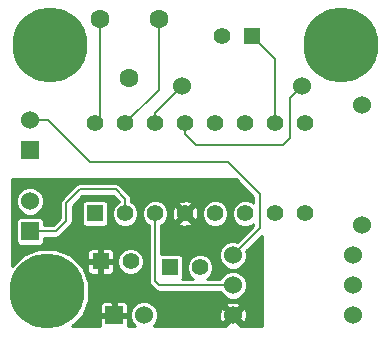
<source format=gtl>
G04 (created by PCBNEW-RS274X (2012-01-19 BZR 3256)-stable) date 15/02/2013 14:55:32*
G01*
G70*
G90*
%MOIN*%
G04 Gerber Fmt 3.4, Leading zero omitted, Abs format*
%FSLAX34Y34*%
G04 APERTURE LIST*
%ADD10C,0.006000*%
%ADD11R,0.055000X0.055000*%
%ADD12C,0.055000*%
%ADD13C,0.250000*%
%ADD14R,0.060000X0.060000*%
%ADD15C,0.060000*%
%ADD16C,0.063000*%
%ADD17C,0.008000*%
%ADD18C,0.010000*%
G04 APERTURE END LIST*
G54D10*
G54D11*
X11960Y-15500D03*
G54D12*
X12960Y-15500D03*
X13960Y-15500D03*
X14960Y-15500D03*
X15960Y-15500D03*
X16960Y-15500D03*
X17960Y-15500D03*
X18960Y-15500D03*
X18960Y-12500D03*
X17960Y-12500D03*
X16960Y-12500D03*
X15960Y-12500D03*
X14960Y-12500D03*
X13960Y-12500D03*
X12960Y-12500D03*
X11960Y-12500D03*
G54D11*
X17195Y-09595D03*
G54D12*
X16195Y-09595D03*
G54D11*
X14460Y-17300D03*
G54D12*
X15460Y-17300D03*
G54D13*
X10460Y-09900D03*
G54D14*
X09800Y-13400D03*
G54D15*
X09800Y-12400D03*
X20560Y-17900D03*
X16560Y-17900D03*
X16560Y-18900D03*
X20560Y-18900D03*
X20860Y-11900D03*
X20860Y-15900D03*
X20560Y-16900D03*
X16560Y-16900D03*
X18870Y-11240D03*
X14870Y-11240D03*
G54D13*
X20160Y-09900D03*
G54D14*
X12600Y-18900D03*
G54D15*
X13600Y-18900D03*
G54D14*
X09800Y-16100D03*
G54D15*
X09800Y-15100D03*
G54D11*
X12150Y-17100D03*
G54D12*
X13150Y-17100D03*
G54D16*
X14084Y-09030D03*
X12116Y-09030D03*
X13100Y-10999D03*
G54D13*
X10350Y-18100D03*
G54D17*
X17960Y-12500D02*
X17960Y-10360D01*
X17960Y-10360D02*
X17195Y-09595D01*
X16560Y-17900D02*
X14100Y-17900D01*
X13960Y-17760D02*
X13960Y-15500D01*
X14100Y-17900D02*
X13960Y-17760D01*
X12960Y-15500D02*
X12960Y-15010D01*
X10650Y-16100D02*
X09800Y-16100D01*
X11000Y-15750D02*
X10650Y-16100D01*
X11000Y-15150D02*
X11000Y-15750D01*
X11450Y-14700D02*
X11000Y-15150D01*
X12650Y-14700D02*
X11450Y-14700D01*
X12960Y-15010D02*
X12650Y-14700D01*
X16560Y-16890D02*
X17450Y-16000D01*
X11800Y-13800D02*
X10400Y-12400D01*
X17450Y-16000D02*
X17450Y-14850D01*
X17450Y-14850D02*
X16400Y-13800D01*
X16400Y-13800D02*
X15450Y-13800D01*
X09800Y-12400D02*
X10400Y-12400D01*
X10400Y-12400D02*
X09800Y-12400D01*
X15450Y-13800D02*
X11800Y-13800D01*
X16560Y-16900D02*
X16560Y-16890D01*
X14079Y-09030D02*
X14084Y-09030D01*
X14079Y-09030D02*
X14079Y-11381D01*
X14079Y-11381D02*
X12960Y-12500D01*
X12116Y-09030D02*
X12116Y-12344D01*
X12116Y-12344D02*
X11960Y-12500D01*
X14960Y-12500D02*
X14960Y-12840D01*
X14960Y-12840D02*
X15330Y-13210D01*
X15330Y-13210D02*
X18240Y-13210D01*
X18240Y-13210D02*
X18450Y-13000D01*
X18450Y-13000D02*
X18450Y-11660D01*
X18450Y-11660D02*
X18870Y-11240D01*
X13960Y-12500D02*
X13960Y-12150D01*
X13960Y-12150D02*
X14870Y-11240D01*
G54D10*
G36*
X17510Y-19255D02*
X17030Y-19255D01*
X17030Y-17994D01*
X17030Y-17807D01*
X16959Y-17634D01*
X16827Y-17502D01*
X16654Y-17430D01*
X16467Y-17430D01*
X16294Y-17501D01*
X16162Y-17633D01*
X16138Y-17690D01*
X15679Y-17690D01*
X15711Y-17677D01*
X15836Y-17552D01*
X15904Y-17389D01*
X15904Y-17212D01*
X15837Y-17049D01*
X15712Y-16924D01*
X15549Y-16856D01*
X15402Y-16856D01*
X15402Y-15554D01*
X15389Y-15381D01*
X15347Y-15281D01*
X15277Y-15253D01*
X15207Y-15323D01*
X15207Y-15183D01*
X15179Y-15113D01*
X15014Y-15058D01*
X14841Y-15071D01*
X14741Y-15113D01*
X14713Y-15183D01*
X14960Y-15429D01*
X15207Y-15183D01*
X15207Y-15323D01*
X15031Y-15500D01*
X15277Y-15747D01*
X15347Y-15719D01*
X15402Y-15554D01*
X15402Y-16856D01*
X15372Y-16856D01*
X15209Y-16923D01*
X15207Y-16925D01*
X15207Y-15817D01*
X14960Y-15571D01*
X14889Y-15641D01*
X14889Y-15500D01*
X14643Y-15253D01*
X14573Y-15281D01*
X14518Y-15446D01*
X14531Y-15619D01*
X14573Y-15719D01*
X14643Y-15747D01*
X14889Y-15500D01*
X14889Y-15641D01*
X14713Y-15817D01*
X14741Y-15887D01*
X14906Y-15942D01*
X15079Y-15929D01*
X15179Y-15887D01*
X15207Y-15817D01*
X15207Y-16925D01*
X15084Y-17048D01*
X15016Y-17211D01*
X15016Y-17388D01*
X15083Y-17551D01*
X15208Y-17676D01*
X15241Y-17690D01*
X14860Y-17690D01*
X14879Y-17671D01*
X14905Y-17609D01*
X14905Y-17541D01*
X14905Y-16991D01*
X14879Y-16929D01*
X14831Y-16881D01*
X14769Y-16855D01*
X14701Y-16855D01*
X14170Y-16855D01*
X14170Y-15893D01*
X14211Y-15877D01*
X14336Y-15752D01*
X14404Y-15589D01*
X14404Y-15412D01*
X14337Y-15249D01*
X14212Y-15124D01*
X14049Y-15056D01*
X13872Y-15056D01*
X13709Y-15123D01*
X13584Y-15248D01*
X13516Y-15411D01*
X13516Y-15588D01*
X13583Y-15751D01*
X13708Y-15876D01*
X13750Y-15893D01*
X13750Y-17760D01*
X13763Y-17827D01*
X13766Y-17841D01*
X13812Y-17908D01*
X13951Y-18048D01*
X13952Y-18048D01*
X13997Y-18078D01*
X14019Y-18093D01*
X14020Y-18094D01*
X14099Y-18109D01*
X14100Y-18110D01*
X16138Y-18110D01*
X16161Y-18166D01*
X16293Y-18298D01*
X16466Y-18370D01*
X16653Y-18370D01*
X16826Y-18299D01*
X16958Y-18167D01*
X17030Y-17994D01*
X17030Y-19255D01*
X17025Y-19255D01*
X17025Y-18961D01*
X17013Y-18778D01*
X16967Y-18666D01*
X16896Y-18635D01*
X16825Y-18706D01*
X16825Y-18564D01*
X16794Y-18493D01*
X16621Y-18435D01*
X16438Y-18447D01*
X16326Y-18493D01*
X16295Y-18564D01*
X16560Y-18829D01*
X16825Y-18564D01*
X16825Y-18706D01*
X16631Y-18900D01*
X16896Y-19165D01*
X16967Y-19134D01*
X17025Y-18961D01*
X17025Y-19255D01*
X16816Y-19255D01*
X16825Y-19236D01*
X16560Y-18971D01*
X16489Y-19042D01*
X16489Y-18900D01*
X16224Y-18635D01*
X16153Y-18666D01*
X16095Y-18839D01*
X16107Y-19022D01*
X16153Y-19134D01*
X16224Y-19165D01*
X16489Y-18900D01*
X16489Y-19042D01*
X16295Y-19236D01*
X16303Y-19255D01*
X13910Y-19255D01*
X13998Y-19167D01*
X14070Y-18994D01*
X14070Y-18807D01*
X13999Y-18634D01*
X13867Y-18502D01*
X13694Y-18430D01*
X13594Y-18430D01*
X13594Y-17189D01*
X13594Y-17012D01*
X13527Y-16849D01*
X13404Y-16726D01*
X13404Y-15589D01*
X13404Y-15412D01*
X13337Y-15249D01*
X13212Y-15124D01*
X13170Y-15106D01*
X13170Y-15010D01*
X13154Y-14930D01*
X13153Y-14929D01*
X13138Y-14907D01*
X13108Y-14862D01*
X13108Y-14861D01*
X12798Y-14552D01*
X12731Y-14506D01*
X12717Y-14503D01*
X12650Y-14490D01*
X11450Y-14490D01*
X11370Y-14506D01*
X11347Y-14521D01*
X11301Y-14552D01*
X10852Y-15002D01*
X10806Y-15069D01*
X10803Y-15082D01*
X10790Y-15150D01*
X10790Y-15663D01*
X10563Y-15890D01*
X10270Y-15890D01*
X10270Y-15766D01*
X10270Y-15194D01*
X10270Y-15007D01*
X10199Y-14834D01*
X10067Y-14702D01*
X09894Y-14630D01*
X09707Y-14630D01*
X09534Y-14701D01*
X09402Y-14833D01*
X09330Y-15006D01*
X09330Y-15193D01*
X09401Y-15366D01*
X09533Y-15498D01*
X09706Y-15570D01*
X09893Y-15570D01*
X10066Y-15499D01*
X10198Y-15367D01*
X10270Y-15194D01*
X10270Y-15766D01*
X10244Y-15704D01*
X10196Y-15656D01*
X10134Y-15630D01*
X10066Y-15630D01*
X09466Y-15630D01*
X09404Y-15656D01*
X09356Y-15704D01*
X09330Y-15766D01*
X09330Y-15834D01*
X09330Y-16434D01*
X09356Y-16496D01*
X09404Y-16544D01*
X09466Y-16570D01*
X09534Y-16570D01*
X10134Y-16570D01*
X10196Y-16544D01*
X10244Y-16496D01*
X10270Y-16434D01*
X10270Y-16366D01*
X10270Y-16310D01*
X10650Y-16310D01*
X10650Y-16309D01*
X10717Y-16296D01*
X10730Y-16294D01*
X10731Y-16294D01*
X10798Y-16248D01*
X11148Y-15899D01*
X11148Y-15898D01*
X11178Y-15853D01*
X11193Y-15831D01*
X11194Y-15830D01*
X11209Y-15751D01*
X11210Y-15750D01*
X11210Y-15236D01*
X11536Y-14910D01*
X12563Y-14910D01*
X12750Y-15096D01*
X12750Y-15106D01*
X12709Y-15123D01*
X12584Y-15248D01*
X12516Y-15411D01*
X12516Y-15588D01*
X12583Y-15751D01*
X12708Y-15876D01*
X12871Y-15944D01*
X13048Y-15944D01*
X13211Y-15877D01*
X13336Y-15752D01*
X13404Y-15589D01*
X13404Y-16726D01*
X13402Y-16724D01*
X13239Y-16656D01*
X13062Y-16656D01*
X12899Y-16723D01*
X12774Y-16848D01*
X12706Y-17011D01*
X12706Y-17188D01*
X12773Y-17351D01*
X12898Y-17476D01*
X13061Y-17544D01*
X13238Y-17544D01*
X13401Y-17477D01*
X13526Y-17352D01*
X13594Y-17189D01*
X13594Y-18430D01*
X13507Y-18430D01*
X13334Y-18501D01*
X13202Y-18633D01*
X13130Y-18806D01*
X13130Y-18993D01*
X13201Y-19166D01*
X13290Y-19255D01*
X13061Y-19255D01*
X13070Y-19234D01*
X13070Y-19166D01*
X13070Y-18992D01*
X13070Y-18808D01*
X13070Y-18634D01*
X13070Y-18566D01*
X13044Y-18504D01*
X12996Y-18456D01*
X12934Y-18430D01*
X12692Y-18430D01*
X12650Y-18472D01*
X12650Y-18850D01*
X13028Y-18850D01*
X13070Y-18808D01*
X13070Y-18992D01*
X13028Y-18950D01*
X12700Y-18950D01*
X12650Y-18950D01*
X12595Y-18950D01*
X12595Y-17409D01*
X12595Y-17341D01*
X12595Y-17192D01*
X12595Y-17008D01*
X12595Y-16859D01*
X12595Y-16791D01*
X12569Y-16729D01*
X12521Y-16681D01*
X12459Y-16655D01*
X12405Y-16655D01*
X12405Y-15809D01*
X12405Y-15741D01*
X12405Y-15191D01*
X12379Y-15129D01*
X12331Y-15081D01*
X12269Y-15055D01*
X12201Y-15055D01*
X11651Y-15055D01*
X11589Y-15081D01*
X11541Y-15129D01*
X11515Y-15191D01*
X11515Y-15259D01*
X11515Y-15809D01*
X11541Y-15871D01*
X11589Y-15919D01*
X11651Y-15945D01*
X11719Y-15945D01*
X12269Y-15945D01*
X12331Y-15919D01*
X12379Y-15871D01*
X12405Y-15809D01*
X12405Y-16655D01*
X12242Y-16655D01*
X12200Y-16697D01*
X12200Y-17050D01*
X12553Y-17050D01*
X12595Y-17008D01*
X12595Y-17192D01*
X12553Y-17150D01*
X12200Y-17150D01*
X12200Y-17503D01*
X12242Y-17545D01*
X12459Y-17545D01*
X12521Y-17519D01*
X12569Y-17471D01*
X12595Y-17409D01*
X12595Y-18950D01*
X12550Y-18950D01*
X12550Y-18850D01*
X12550Y-18472D01*
X12508Y-18430D01*
X12266Y-18430D01*
X12204Y-18456D01*
X12156Y-18504D01*
X12130Y-18566D01*
X12130Y-18634D01*
X12130Y-18808D01*
X12172Y-18850D01*
X12550Y-18850D01*
X12550Y-18950D01*
X12500Y-18950D01*
X12172Y-18950D01*
X12130Y-18992D01*
X12130Y-19166D01*
X12130Y-19234D01*
X12138Y-19255D01*
X12100Y-19255D01*
X12100Y-17503D01*
X12100Y-17150D01*
X12100Y-17050D01*
X12100Y-16697D01*
X12058Y-16655D01*
X11841Y-16655D01*
X11779Y-16681D01*
X11731Y-16729D01*
X11705Y-16791D01*
X11705Y-16859D01*
X11705Y-17008D01*
X11747Y-17050D01*
X12100Y-17050D01*
X12100Y-17150D01*
X11747Y-17150D01*
X11705Y-17192D01*
X11705Y-17341D01*
X11705Y-17409D01*
X11731Y-17471D01*
X11779Y-17519D01*
X11841Y-17545D01*
X12058Y-17545D01*
X12100Y-17503D01*
X12100Y-19255D01*
X11201Y-19255D01*
X11552Y-18905D01*
X11769Y-18383D01*
X11769Y-17819D01*
X11553Y-17297D01*
X11155Y-16898D01*
X10633Y-16681D01*
X10069Y-16681D01*
X09547Y-16897D01*
X09195Y-17248D01*
X09195Y-14350D01*
X16653Y-14350D01*
X17240Y-14936D01*
X17240Y-15152D01*
X17212Y-15124D01*
X17049Y-15056D01*
X16872Y-15056D01*
X16709Y-15123D01*
X16584Y-15248D01*
X16516Y-15411D01*
X16516Y-15588D01*
X16583Y-15751D01*
X16708Y-15876D01*
X16871Y-15944D01*
X17048Y-15944D01*
X17211Y-15877D01*
X17240Y-15848D01*
X17240Y-15913D01*
X16703Y-16450D01*
X16654Y-16430D01*
X16467Y-16430D01*
X16404Y-16455D01*
X16404Y-15589D01*
X16404Y-15412D01*
X16337Y-15249D01*
X16212Y-15124D01*
X16049Y-15056D01*
X15872Y-15056D01*
X15709Y-15123D01*
X15584Y-15248D01*
X15516Y-15411D01*
X15516Y-15588D01*
X15583Y-15751D01*
X15708Y-15876D01*
X15871Y-15944D01*
X16048Y-15944D01*
X16211Y-15877D01*
X16336Y-15752D01*
X16404Y-15589D01*
X16404Y-16455D01*
X16294Y-16501D01*
X16162Y-16633D01*
X16090Y-16806D01*
X16090Y-16993D01*
X16161Y-17166D01*
X16293Y-17298D01*
X16466Y-17370D01*
X16653Y-17370D01*
X16826Y-17299D01*
X16958Y-17167D01*
X17030Y-16994D01*
X17030Y-16807D01*
X17003Y-16742D01*
X17510Y-16236D01*
X17510Y-19255D01*
X17510Y-19255D01*
G37*
G54D18*
X17510Y-19255D02*
X17030Y-19255D01*
X17030Y-17994D01*
X17030Y-17807D01*
X16959Y-17634D01*
X16827Y-17502D01*
X16654Y-17430D01*
X16467Y-17430D01*
X16294Y-17501D01*
X16162Y-17633D01*
X16138Y-17690D01*
X15679Y-17690D01*
X15711Y-17677D01*
X15836Y-17552D01*
X15904Y-17389D01*
X15904Y-17212D01*
X15837Y-17049D01*
X15712Y-16924D01*
X15549Y-16856D01*
X15402Y-16856D01*
X15402Y-15554D01*
X15389Y-15381D01*
X15347Y-15281D01*
X15277Y-15253D01*
X15207Y-15323D01*
X15207Y-15183D01*
X15179Y-15113D01*
X15014Y-15058D01*
X14841Y-15071D01*
X14741Y-15113D01*
X14713Y-15183D01*
X14960Y-15429D01*
X15207Y-15183D01*
X15207Y-15323D01*
X15031Y-15500D01*
X15277Y-15747D01*
X15347Y-15719D01*
X15402Y-15554D01*
X15402Y-16856D01*
X15372Y-16856D01*
X15209Y-16923D01*
X15207Y-16925D01*
X15207Y-15817D01*
X14960Y-15571D01*
X14889Y-15641D01*
X14889Y-15500D01*
X14643Y-15253D01*
X14573Y-15281D01*
X14518Y-15446D01*
X14531Y-15619D01*
X14573Y-15719D01*
X14643Y-15747D01*
X14889Y-15500D01*
X14889Y-15641D01*
X14713Y-15817D01*
X14741Y-15887D01*
X14906Y-15942D01*
X15079Y-15929D01*
X15179Y-15887D01*
X15207Y-15817D01*
X15207Y-16925D01*
X15084Y-17048D01*
X15016Y-17211D01*
X15016Y-17388D01*
X15083Y-17551D01*
X15208Y-17676D01*
X15241Y-17690D01*
X14860Y-17690D01*
X14879Y-17671D01*
X14905Y-17609D01*
X14905Y-17541D01*
X14905Y-16991D01*
X14879Y-16929D01*
X14831Y-16881D01*
X14769Y-16855D01*
X14701Y-16855D01*
X14170Y-16855D01*
X14170Y-15893D01*
X14211Y-15877D01*
X14336Y-15752D01*
X14404Y-15589D01*
X14404Y-15412D01*
X14337Y-15249D01*
X14212Y-15124D01*
X14049Y-15056D01*
X13872Y-15056D01*
X13709Y-15123D01*
X13584Y-15248D01*
X13516Y-15411D01*
X13516Y-15588D01*
X13583Y-15751D01*
X13708Y-15876D01*
X13750Y-15893D01*
X13750Y-17760D01*
X13763Y-17827D01*
X13766Y-17841D01*
X13812Y-17908D01*
X13951Y-18048D01*
X13952Y-18048D01*
X13997Y-18078D01*
X14019Y-18093D01*
X14020Y-18094D01*
X14099Y-18109D01*
X14100Y-18110D01*
X16138Y-18110D01*
X16161Y-18166D01*
X16293Y-18298D01*
X16466Y-18370D01*
X16653Y-18370D01*
X16826Y-18299D01*
X16958Y-18167D01*
X17030Y-17994D01*
X17030Y-19255D01*
X17025Y-19255D01*
X17025Y-18961D01*
X17013Y-18778D01*
X16967Y-18666D01*
X16896Y-18635D01*
X16825Y-18706D01*
X16825Y-18564D01*
X16794Y-18493D01*
X16621Y-18435D01*
X16438Y-18447D01*
X16326Y-18493D01*
X16295Y-18564D01*
X16560Y-18829D01*
X16825Y-18564D01*
X16825Y-18706D01*
X16631Y-18900D01*
X16896Y-19165D01*
X16967Y-19134D01*
X17025Y-18961D01*
X17025Y-19255D01*
X16816Y-19255D01*
X16825Y-19236D01*
X16560Y-18971D01*
X16489Y-19042D01*
X16489Y-18900D01*
X16224Y-18635D01*
X16153Y-18666D01*
X16095Y-18839D01*
X16107Y-19022D01*
X16153Y-19134D01*
X16224Y-19165D01*
X16489Y-18900D01*
X16489Y-19042D01*
X16295Y-19236D01*
X16303Y-19255D01*
X13910Y-19255D01*
X13998Y-19167D01*
X14070Y-18994D01*
X14070Y-18807D01*
X13999Y-18634D01*
X13867Y-18502D01*
X13694Y-18430D01*
X13594Y-18430D01*
X13594Y-17189D01*
X13594Y-17012D01*
X13527Y-16849D01*
X13404Y-16726D01*
X13404Y-15589D01*
X13404Y-15412D01*
X13337Y-15249D01*
X13212Y-15124D01*
X13170Y-15106D01*
X13170Y-15010D01*
X13154Y-14930D01*
X13153Y-14929D01*
X13138Y-14907D01*
X13108Y-14862D01*
X13108Y-14861D01*
X12798Y-14552D01*
X12731Y-14506D01*
X12717Y-14503D01*
X12650Y-14490D01*
X11450Y-14490D01*
X11370Y-14506D01*
X11347Y-14521D01*
X11301Y-14552D01*
X10852Y-15002D01*
X10806Y-15069D01*
X10803Y-15082D01*
X10790Y-15150D01*
X10790Y-15663D01*
X10563Y-15890D01*
X10270Y-15890D01*
X10270Y-15766D01*
X10270Y-15194D01*
X10270Y-15007D01*
X10199Y-14834D01*
X10067Y-14702D01*
X09894Y-14630D01*
X09707Y-14630D01*
X09534Y-14701D01*
X09402Y-14833D01*
X09330Y-15006D01*
X09330Y-15193D01*
X09401Y-15366D01*
X09533Y-15498D01*
X09706Y-15570D01*
X09893Y-15570D01*
X10066Y-15499D01*
X10198Y-15367D01*
X10270Y-15194D01*
X10270Y-15766D01*
X10244Y-15704D01*
X10196Y-15656D01*
X10134Y-15630D01*
X10066Y-15630D01*
X09466Y-15630D01*
X09404Y-15656D01*
X09356Y-15704D01*
X09330Y-15766D01*
X09330Y-15834D01*
X09330Y-16434D01*
X09356Y-16496D01*
X09404Y-16544D01*
X09466Y-16570D01*
X09534Y-16570D01*
X10134Y-16570D01*
X10196Y-16544D01*
X10244Y-16496D01*
X10270Y-16434D01*
X10270Y-16366D01*
X10270Y-16310D01*
X10650Y-16310D01*
X10650Y-16309D01*
X10717Y-16296D01*
X10730Y-16294D01*
X10731Y-16294D01*
X10798Y-16248D01*
X11148Y-15899D01*
X11148Y-15898D01*
X11178Y-15853D01*
X11193Y-15831D01*
X11194Y-15830D01*
X11209Y-15751D01*
X11210Y-15750D01*
X11210Y-15236D01*
X11536Y-14910D01*
X12563Y-14910D01*
X12750Y-15096D01*
X12750Y-15106D01*
X12709Y-15123D01*
X12584Y-15248D01*
X12516Y-15411D01*
X12516Y-15588D01*
X12583Y-15751D01*
X12708Y-15876D01*
X12871Y-15944D01*
X13048Y-15944D01*
X13211Y-15877D01*
X13336Y-15752D01*
X13404Y-15589D01*
X13404Y-16726D01*
X13402Y-16724D01*
X13239Y-16656D01*
X13062Y-16656D01*
X12899Y-16723D01*
X12774Y-16848D01*
X12706Y-17011D01*
X12706Y-17188D01*
X12773Y-17351D01*
X12898Y-17476D01*
X13061Y-17544D01*
X13238Y-17544D01*
X13401Y-17477D01*
X13526Y-17352D01*
X13594Y-17189D01*
X13594Y-18430D01*
X13507Y-18430D01*
X13334Y-18501D01*
X13202Y-18633D01*
X13130Y-18806D01*
X13130Y-18993D01*
X13201Y-19166D01*
X13290Y-19255D01*
X13061Y-19255D01*
X13070Y-19234D01*
X13070Y-19166D01*
X13070Y-18992D01*
X13070Y-18808D01*
X13070Y-18634D01*
X13070Y-18566D01*
X13044Y-18504D01*
X12996Y-18456D01*
X12934Y-18430D01*
X12692Y-18430D01*
X12650Y-18472D01*
X12650Y-18850D01*
X13028Y-18850D01*
X13070Y-18808D01*
X13070Y-18992D01*
X13028Y-18950D01*
X12700Y-18950D01*
X12650Y-18950D01*
X12595Y-18950D01*
X12595Y-17409D01*
X12595Y-17341D01*
X12595Y-17192D01*
X12595Y-17008D01*
X12595Y-16859D01*
X12595Y-16791D01*
X12569Y-16729D01*
X12521Y-16681D01*
X12459Y-16655D01*
X12405Y-16655D01*
X12405Y-15809D01*
X12405Y-15741D01*
X12405Y-15191D01*
X12379Y-15129D01*
X12331Y-15081D01*
X12269Y-15055D01*
X12201Y-15055D01*
X11651Y-15055D01*
X11589Y-15081D01*
X11541Y-15129D01*
X11515Y-15191D01*
X11515Y-15259D01*
X11515Y-15809D01*
X11541Y-15871D01*
X11589Y-15919D01*
X11651Y-15945D01*
X11719Y-15945D01*
X12269Y-15945D01*
X12331Y-15919D01*
X12379Y-15871D01*
X12405Y-15809D01*
X12405Y-16655D01*
X12242Y-16655D01*
X12200Y-16697D01*
X12200Y-17050D01*
X12553Y-17050D01*
X12595Y-17008D01*
X12595Y-17192D01*
X12553Y-17150D01*
X12200Y-17150D01*
X12200Y-17503D01*
X12242Y-17545D01*
X12459Y-17545D01*
X12521Y-17519D01*
X12569Y-17471D01*
X12595Y-17409D01*
X12595Y-18950D01*
X12550Y-18950D01*
X12550Y-18850D01*
X12550Y-18472D01*
X12508Y-18430D01*
X12266Y-18430D01*
X12204Y-18456D01*
X12156Y-18504D01*
X12130Y-18566D01*
X12130Y-18634D01*
X12130Y-18808D01*
X12172Y-18850D01*
X12550Y-18850D01*
X12550Y-18950D01*
X12500Y-18950D01*
X12172Y-18950D01*
X12130Y-18992D01*
X12130Y-19166D01*
X12130Y-19234D01*
X12138Y-19255D01*
X12100Y-19255D01*
X12100Y-17503D01*
X12100Y-17150D01*
X12100Y-17050D01*
X12100Y-16697D01*
X12058Y-16655D01*
X11841Y-16655D01*
X11779Y-16681D01*
X11731Y-16729D01*
X11705Y-16791D01*
X11705Y-16859D01*
X11705Y-17008D01*
X11747Y-17050D01*
X12100Y-17050D01*
X12100Y-17150D01*
X11747Y-17150D01*
X11705Y-17192D01*
X11705Y-17341D01*
X11705Y-17409D01*
X11731Y-17471D01*
X11779Y-17519D01*
X11841Y-17545D01*
X12058Y-17545D01*
X12100Y-17503D01*
X12100Y-19255D01*
X11201Y-19255D01*
X11552Y-18905D01*
X11769Y-18383D01*
X11769Y-17819D01*
X11553Y-17297D01*
X11155Y-16898D01*
X10633Y-16681D01*
X10069Y-16681D01*
X09547Y-16897D01*
X09195Y-17248D01*
X09195Y-14350D01*
X16653Y-14350D01*
X17240Y-14936D01*
X17240Y-15152D01*
X17212Y-15124D01*
X17049Y-15056D01*
X16872Y-15056D01*
X16709Y-15123D01*
X16584Y-15248D01*
X16516Y-15411D01*
X16516Y-15588D01*
X16583Y-15751D01*
X16708Y-15876D01*
X16871Y-15944D01*
X17048Y-15944D01*
X17211Y-15877D01*
X17240Y-15848D01*
X17240Y-15913D01*
X16703Y-16450D01*
X16654Y-16430D01*
X16467Y-16430D01*
X16404Y-16455D01*
X16404Y-15589D01*
X16404Y-15412D01*
X16337Y-15249D01*
X16212Y-15124D01*
X16049Y-15056D01*
X15872Y-15056D01*
X15709Y-15123D01*
X15584Y-15248D01*
X15516Y-15411D01*
X15516Y-15588D01*
X15583Y-15751D01*
X15708Y-15876D01*
X15871Y-15944D01*
X16048Y-15944D01*
X16211Y-15877D01*
X16336Y-15752D01*
X16404Y-15589D01*
X16404Y-16455D01*
X16294Y-16501D01*
X16162Y-16633D01*
X16090Y-16806D01*
X16090Y-16993D01*
X16161Y-17166D01*
X16293Y-17298D01*
X16466Y-17370D01*
X16653Y-17370D01*
X16826Y-17299D01*
X16958Y-17167D01*
X17030Y-16994D01*
X17030Y-16807D01*
X17003Y-16742D01*
X17510Y-16236D01*
X17510Y-19255D01*
M02*

</source>
